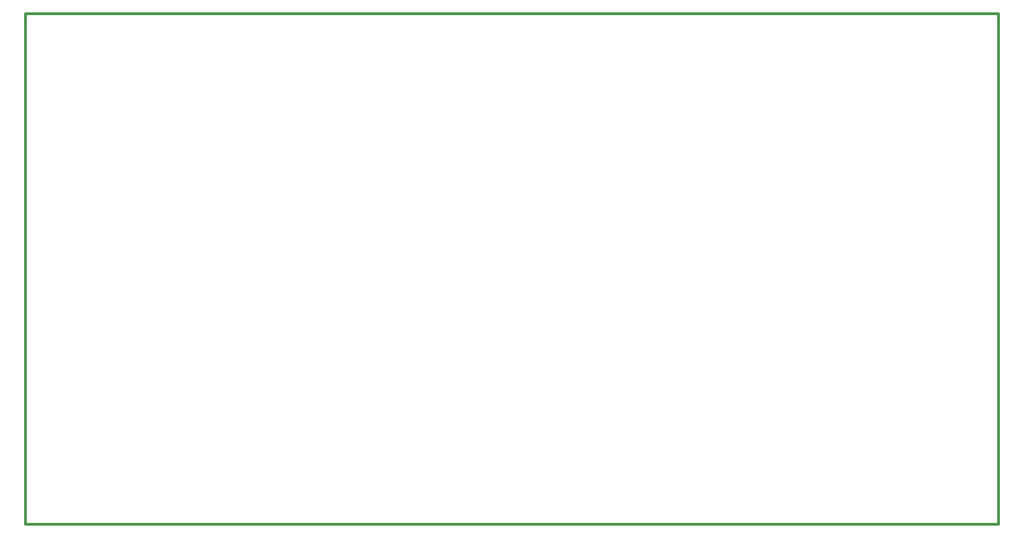
<source format=gko>
G04*
G04 #@! TF.GenerationSoftware,Altium Limited,Altium Designer,22.5.1 (42)*
G04*
G04 Layer_Color=16711935*
%FSLAX25Y25*%
%MOIN*%
G70*
G04*
G04 #@! TF.SameCoordinates,4BF25F8D-FF95-44F9-8C9D-AD32542E46D1*
G04*
G04*
G04 #@! TF.FilePolarity,Positive*
G04*
G01*
G75*
%ADD59C,0.01181*%
D59*
X0Y0D02*
X471500D01*
Y247500D01*
X0D02*
X471500D01*
X0Y0D02*
Y247500D01*
M02*

</source>
